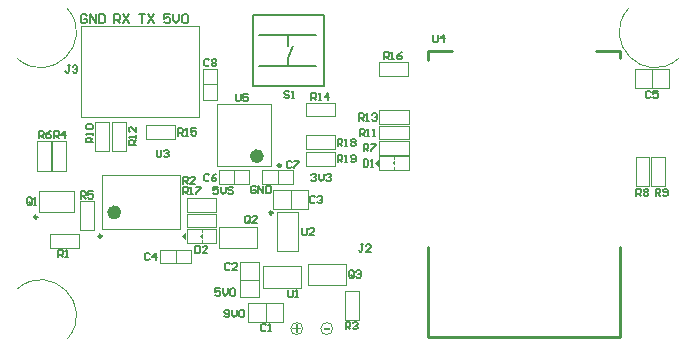
<source format=gbr>
%TF.GenerationSoftware,Altium Limited,Altium Designer,20.1.8 (145)*%
G04 Layer_Color=16777215*
%FSLAX45Y45*%
%MOMM*%
%TF.SameCoordinates,4FE69ECD-ABF1-445D-A2E8-605A74DE355E*%
%TF.FilePolarity,Positive*%
%TF.FileFunction,Legend,Top*%
%TF.Part,Single*%
G01*
G75*
%TA.AperFunction,NonConductor*%
%ADD38C,0.15240*%
%ADD39C,0.12700*%
%ADD46C,0.60000*%
%ADD47C,0.25000*%
%ADD48C,0.10160*%
%ADD49C,0.20320*%
%ADD50C,0.20000*%
%ADD51C,0.25400*%
G36*
X1423900Y845820D02*
X1398500Y871220D01*
X1423900Y896620D01*
Y845820D01*
D02*
G37*
G36*
X1572490Y848106D02*
X1549376Y871220D01*
X1572490Y894334D01*
Y848106D01*
D02*
G37*
G36*
X3200964Y1466443D02*
X3177850Y1489558D01*
X3200964Y1512671D01*
Y1466443D01*
D02*
G37*
G36*
X3052374Y1464157D02*
X3026974Y1489557D01*
X3052374Y1514957D01*
Y1464157D01*
D02*
G37*
G36*
X2645997Y81148D02*
X2596564D01*
Y97125D01*
X2645997D01*
Y81148D01*
D02*
G37*
G36*
X2373864Y96302D02*
X2404807D01*
Y83299D01*
X2373864D01*
Y52027D01*
X2360697D01*
Y83299D01*
X2329753D01*
Y96302D01*
X2360697D01*
Y127245D01*
X2373864D01*
Y96302D01*
D02*
G37*
D38*
X1297957Y2748255D02*
X1247173D01*
Y2710168D01*
X1272565Y2722863D01*
X1285261D01*
X1297957Y2710168D01*
Y2684776D01*
X1285261Y2672080D01*
X1259869D01*
X1247173Y2684776D01*
X1323348Y2748255D02*
Y2697472D01*
X1348740Y2672080D01*
X1374132Y2697472D01*
Y2748255D01*
X1399524Y2735559D02*
X1412220Y2748255D01*
X1437612D01*
X1450307Y2735559D01*
Y2684776D01*
X1437612Y2672080D01*
X1412220D01*
X1399524Y2684776D01*
Y2735559D01*
X1033801Y2748255D02*
X1084584D01*
X1059192D01*
Y2672080D01*
X1109976Y2748255D02*
X1160759Y2672080D01*
Y2748255D02*
X1109976Y2672080D01*
X820441D02*
Y2748255D01*
X858528D01*
X871224Y2735559D01*
Y2710168D01*
X858528Y2697472D01*
X820441D01*
X845832D02*
X871224Y2672080D01*
X896616Y2748255D02*
X947399Y2672080D01*
Y2748255D02*
X896616Y2672080D01*
X589297Y2735559D02*
X576601Y2748255D01*
X551209D01*
X538513Y2735559D01*
Y2684776D01*
X551209Y2672080D01*
X576601D01*
X589297Y2684776D01*
Y2710168D01*
X563905D01*
X614688Y2672080D02*
Y2748255D01*
X665472Y2672080D01*
Y2748255D01*
X690864D02*
Y2672080D01*
X728952D01*
X741647Y2684776D01*
Y2735559D01*
X728952Y2748255D01*
X690864D01*
D39*
X2303559Y2090017D02*
X2293402Y2100174D01*
X2273088D01*
X2262932Y2090017D01*
Y2079861D01*
X2273088Y2069704D01*
X2293402D01*
X2303559Y2059547D01*
Y2049391D01*
X2293402Y2039234D01*
X2273088D01*
X2262932Y2049391D01*
X2323872Y2039234D02*
X2344185D01*
X2334029D01*
Y2100174D01*
X2323872Y2090017D01*
X2488714Y1390104D02*
X2499293Y1400684D01*
X2520453D01*
X2531033Y1390104D01*
Y1379525D01*
X2520453Y1368945D01*
X2509873D01*
X2520453D01*
X2531033Y1358365D01*
Y1347785D01*
X2520453Y1337205D01*
X2499293D01*
X2488714Y1347785D01*
X2552193Y1400684D02*
Y1358365D01*
X2573353Y1337205D01*
X2594513Y1358365D01*
Y1400684D01*
X2615672Y1390104D02*
X2626252Y1400684D01*
X2647412D01*
X2657992Y1390104D01*
Y1379525D01*
X2647412Y1368945D01*
X2636832D01*
X2647412D01*
X2657992Y1358365D01*
Y1347785D01*
X2647412Y1337205D01*
X2626252D01*
X2615672Y1347785D01*
X1701873Y1290865D02*
X1659553D01*
Y1259125D01*
X1680713Y1269705D01*
X1691293D01*
X1701873Y1259125D01*
Y1237966D01*
X1691293Y1227386D01*
X1670133D01*
X1659553Y1237966D01*
X1723032Y1290865D02*
Y1248545D01*
X1744192Y1227386D01*
X1765352Y1248545D01*
Y1290865D01*
X1828831Y1280285D02*
X1818252Y1290865D01*
X1797092D01*
X1786512Y1280285D01*
Y1269705D01*
X1797092Y1259125D01*
X1818252D01*
X1828831Y1248545D01*
Y1237966D01*
X1818252Y1227386D01*
X1797092D01*
X1786512Y1237966D01*
X2020207Y1285943D02*
X2009627Y1296523D01*
X1988467D01*
X1977888Y1285943D01*
Y1243623D01*
X1988467Y1233044D01*
X2009627D01*
X2020207Y1243623D01*
Y1264783D01*
X1999047D01*
X2041367Y1233044D02*
Y1296523D01*
X2083687Y1233044D01*
Y1296523D01*
X2104846D02*
Y1233044D01*
X2136586D01*
X2147166Y1243623D01*
Y1285943D01*
X2136586Y1296523D01*
X2104846D01*
X1753983Y194708D02*
X1764562Y184128D01*
X1785722D01*
X1796302Y194708D01*
Y237027D01*
X1785722Y247607D01*
X1764562D01*
X1753983Y237027D01*
Y226448D01*
X1764562Y215868D01*
X1796302D01*
X1817462Y247607D02*
Y205288D01*
X1838622Y184128D01*
X1859782Y205288D01*
Y247607D01*
X1880941Y237027D02*
X1891521Y247607D01*
X1912681D01*
X1923261Y237027D01*
Y194708D01*
X1912681Y184128D01*
X1891521D01*
X1880941Y194708D01*
Y237027D01*
X1721412Y430398D02*
X1679092D01*
Y398658D01*
X1700252Y409238D01*
X1710832D01*
X1721412Y398658D01*
Y377498D01*
X1710832Y366918D01*
X1689672D01*
X1679092Y377498D01*
X1742572Y430398D02*
Y388078D01*
X1763731Y366918D01*
X1784891Y388078D01*
Y430398D01*
X1806051Y419818D02*
X1816631Y430398D01*
X1837791D01*
X1848371Y419818D01*
Y377498D01*
X1837791Y366918D01*
X1816631D01*
X1806051Y377498D01*
Y419818D01*
X3105237Y2370405D02*
Y2431346D01*
X3135707D01*
X3145864Y2421189D01*
Y2400876D01*
X3135707Y2390719D01*
X3105237D01*
X3125550D02*
X3145864Y2370405D01*
X3166177D02*
X3186490D01*
X3176334D01*
Y2431346D01*
X3166177Y2421189D01*
X3257587Y2431346D02*
X3237274Y2421189D01*
X3216961Y2400876D01*
Y2380562D01*
X3227117Y2370405D01*
X3247431D01*
X3257587Y2380562D01*
Y2390719D01*
X3247431Y2400876D01*
X3216961D01*
X3522997Y2575550D02*
Y2524767D01*
X3533153Y2514610D01*
X3553467D01*
X3563623Y2524767D01*
Y2575550D01*
X3614407Y2514610D02*
Y2575550D01*
X3583937Y2545080D01*
X3624563D01*
X2713689Y1497982D02*
Y1558922D01*
X2744159D01*
X2754316Y1548766D01*
Y1528452D01*
X2744159Y1518295D01*
X2713689D01*
X2734003D02*
X2754316Y1497982D01*
X2774629D02*
X2794943D01*
X2784786D01*
Y1558922D01*
X2774629Y1548766D01*
X2825413Y1508139D02*
X2835570Y1497982D01*
X2855883D01*
X2866040Y1508139D01*
Y1548766D01*
X2855883Y1558922D01*
X2835570D01*
X2825413Y1548766D01*
Y1538609D01*
X2835570Y1528452D01*
X2866040D01*
X2712177Y1635558D02*
Y1696499D01*
X2742648D01*
X2752804Y1686342D01*
Y1666028D01*
X2742648Y1655872D01*
X2712177D01*
X2732491D02*
X2752804Y1635558D01*
X2773118D02*
X2793431D01*
X2783274D01*
Y1696499D01*
X2773118Y1686342D01*
X2823901D02*
X2834058Y1696499D01*
X2854371D01*
X2864528Y1686342D01*
Y1676185D01*
X2854371Y1666028D01*
X2864528Y1655872D01*
Y1645715D01*
X2854371Y1635558D01*
X2834058D01*
X2823901Y1645715D01*
Y1655872D01*
X2834058Y1666028D01*
X2823901Y1676185D01*
Y1686342D01*
X2834058Y1666028D02*
X2854371D01*
X1362558Y1723190D02*
Y1784130D01*
X1393028D01*
X1403185Y1773973D01*
Y1753660D01*
X1393028Y1743503D01*
X1362558D01*
X1382872D02*
X1403185Y1723190D01*
X1423498D02*
X1443812D01*
X1433655D01*
Y1784130D01*
X1423498Y1773973D01*
X1514909Y1784130D02*
X1474282D01*
Y1753660D01*
X1494595Y1763816D01*
X1504752D01*
X1514909Y1753660D01*
Y1733346D01*
X1504752Y1723190D01*
X1484438D01*
X1474282Y1733346D01*
X2491031Y2020908D02*
Y2081848D01*
X2521501D01*
X2531658Y2071691D01*
Y2051378D01*
X2521501Y2041221D01*
X2491031D01*
X2511345D02*
X2531658Y2020908D01*
X2551972D02*
X2572285D01*
X2562128D01*
Y2081848D01*
X2551972Y2071691D01*
X2633225Y2020908D02*
Y2081848D01*
X2602755Y2051378D01*
X2643382D01*
X1403732Y1314372D02*
Y1375312D01*
X1434202D01*
X1444358Y1365155D01*
Y1344842D01*
X1434202Y1334685D01*
X1403732D01*
X1424045D02*
X1444358Y1314372D01*
X1505298D02*
X1464672D01*
X1505298Y1354999D01*
Y1365155D01*
X1495142Y1375312D01*
X1474828D01*
X1464672Y1365155D01*
X1971043Y990607D02*
Y1031233D01*
X1960887Y1041390D01*
X1940573D01*
X1930417Y1031233D01*
Y990607D01*
X1940573Y980450D01*
X1960887D01*
X1950730Y1000763D02*
X1971043Y980450D01*
X1960887D02*
X1971043Y990607D01*
X2031983Y980450D02*
X1991357D01*
X2031983Y1021077D01*
Y1031233D01*
X2021827Y1041390D01*
X2001513D01*
X1991357Y1031233D01*
X2933696Y1590931D02*
Y1651871D01*
X2964166D01*
X2974322Y1641715D01*
Y1621401D01*
X2964166Y1611244D01*
X2933696D01*
X2954009D02*
X2974322Y1590931D01*
X2994636Y1651871D02*
X3035263D01*
Y1641715D01*
X2994636Y1601088D01*
Y1590931D01*
X2932342Y1521591D02*
Y1460651D01*
X2962812D01*
X2972968Y1470807D01*
Y1511434D01*
X2962812Y1521591D01*
X2932342D01*
X2993282Y1460651D02*
X3013595D01*
X3003438D01*
Y1521591D01*
X2993282Y1511434D01*
X2894353Y1850463D02*
Y1911404D01*
X2924823D01*
X2934979Y1901247D01*
Y1880934D01*
X2924823Y1870777D01*
X2894353D01*
X2914666D02*
X2934979Y1850463D01*
X2955293D02*
X2975606D01*
X2965449D01*
Y1911404D01*
X2955293Y1901247D01*
X3006076D02*
X3016233Y1911404D01*
X3036546D01*
X3046703Y1901247D01*
Y1891090D01*
X3036546Y1880934D01*
X3026390D01*
X3036546D01*
X3046703Y1870777D01*
Y1860620D01*
X3036546Y1850463D01*
X3016233D01*
X3006076Y1860620D01*
X2930622Y801808D02*
X2910308D01*
X2920465D01*
Y751025D01*
X2910308Y740868D01*
X2900152D01*
X2889995Y751025D01*
X2991562Y740868D02*
X2950935D01*
X2991562Y781495D01*
Y791651D01*
X2981405Y801808D01*
X2961092D01*
X2950935Y791651D01*
X182897Y1701810D02*
Y1762750D01*
X213367D01*
X223523Y1752593D01*
Y1732280D01*
X213367Y1722123D01*
X182897D01*
X203210D02*
X223523Y1701810D01*
X284463Y1762750D02*
X264150Y1752593D01*
X243837Y1732280D01*
Y1711967D01*
X253993Y1701810D01*
X274307D01*
X284463Y1711967D01*
Y1722123D01*
X274307Y1732280D01*
X243837D01*
X121920Y1148087D02*
Y1188713D01*
X111763Y1198870D01*
X91450D01*
X81293Y1188713D01*
Y1148087D01*
X91450Y1137930D01*
X111763D01*
X101607Y1158243D02*
X121920Y1137930D01*
X111763D02*
X121920Y1148087D01*
X142233Y1137930D02*
X162547D01*
X152390D01*
Y1198870D01*
X142233Y1188713D01*
X538738Y1188730D02*
Y1249670D01*
X569208D01*
X579364Y1239514D01*
Y1219200D01*
X569208Y1209044D01*
X538738D01*
X559051D02*
X579364Y1188730D01*
X640305Y1249670D02*
X599678D01*
Y1219200D01*
X619991Y1229357D01*
X630148D01*
X640305Y1219200D01*
Y1198887D01*
X630148Y1188730D01*
X609834D01*
X599678Y1198887D01*
X347993Y693430D02*
Y754370D01*
X378463D01*
X388620Y744213D01*
Y723900D01*
X378463Y713743D01*
X347993D01*
X368307D02*
X388620Y693430D01*
X408933D02*
X429247D01*
X419090D01*
Y754370D01*
X408933Y744213D01*
X312437Y1699270D02*
Y1760210D01*
X342907D01*
X353063Y1750053D01*
Y1729740D01*
X342907Y1719583D01*
X312437D01*
X332750D02*
X353063Y1699270D01*
X403847D02*
Y1760210D01*
X373377Y1729740D01*
X414003D01*
X1404791Y1226186D02*
Y1287126D01*
X1435261D01*
X1445417Y1276969D01*
Y1256656D01*
X1435261Y1246499D01*
X1404791D01*
X1425104D02*
X1445417Y1226186D01*
X1465731D02*
X1486044D01*
X1475888D01*
Y1287126D01*
X1465731Y1276969D01*
X1516514Y1287126D02*
X1557141D01*
Y1276969D01*
X1516514Y1236342D01*
Y1226186D01*
X1508776Y789930D02*
Y728990D01*
X1539246D01*
X1549403Y739147D01*
Y779773D01*
X1539246Y789930D01*
X1508776D01*
X1610343Y728990D02*
X1569716D01*
X1610343Y769617D01*
Y779773D01*
X1600187Y789930D01*
X1579873D01*
X1569716Y779773D01*
X1005788Y1642889D02*
X944847D01*
Y1673359D01*
X955004Y1683516D01*
X975318D01*
X985474Y1673359D01*
Y1642889D01*
Y1663203D02*
X1005788Y1683516D01*
Y1703829D02*
Y1724143D01*
Y1713986D01*
X944847D01*
X955004Y1703829D01*
X1005788Y1795240D02*
Y1754613D01*
X965161Y1795240D01*
X955004D01*
X944847Y1785083D01*
Y1764770D01*
X955004Y1754613D01*
X644036Y1665029D02*
X583096D01*
Y1695499D01*
X593253Y1705655D01*
X613566D01*
X623723Y1695499D01*
Y1665029D01*
Y1685342D02*
X644036Y1705655D01*
Y1725969D02*
Y1746282D01*
Y1736126D01*
X583096D01*
X593253Y1725969D01*
Y1776752D02*
X583096Y1786909D01*
Y1807222D01*
X593253Y1817379D01*
X633880D01*
X644036Y1807222D01*
Y1786909D01*
X633880Y1776752D01*
X593253D01*
X1851751Y2073246D02*
Y2022463D01*
X1861907Y2012306D01*
X1882221D01*
X1892377Y2022463D01*
Y2073246D01*
X1953318D02*
X1912691D01*
Y2042776D01*
X1933004Y2052933D01*
X1943161D01*
X1953318Y2042776D01*
Y2022463D01*
X1943161Y2012306D01*
X1922848D01*
X1912691Y2022463D01*
X2411382Y938788D02*
Y888004D01*
X2421539Y877847D01*
X2441852D01*
X2452009Y888004D01*
Y938788D01*
X2512949Y877847D02*
X2472322D01*
X2512949Y918474D01*
Y928631D01*
X2502793Y938788D01*
X2482479D01*
X2472322Y928631D01*
X2294204Y415510D02*
Y364727D01*
X2304361Y354570D01*
X2324674D01*
X2334831Y364727D01*
Y415510D01*
X2355144Y354570D02*
X2375458D01*
X2365301D01*
Y415510D01*
X2355144Y405354D01*
X1181117Y1602730D02*
Y1551947D01*
X1191273Y1541790D01*
X1211587D01*
X1221743Y1551947D01*
Y1602730D01*
X1242057Y1592573D02*
X1252213Y1602730D01*
X1272527D01*
X1282683Y1592573D01*
Y1582417D01*
X1272527Y1572260D01*
X1262370D01*
X1272527D01*
X1282683Y1562103D01*
Y1551947D01*
X1272527Y1541790D01*
X1252213D01*
X1242057Y1551947D01*
X2900847Y1719660D02*
Y1780600D01*
X2931317D01*
X2941474Y1770444D01*
Y1750130D01*
X2931317Y1739973D01*
X2900847D01*
X2921161D02*
X2941474Y1719660D01*
X2961787D02*
X2982101D01*
X2971944D01*
Y1780600D01*
X2961787Y1770444D01*
X3012571Y1719660D02*
X3032884D01*
X3022728D01*
Y1780600D01*
X3012571Y1770444D01*
X5242425Y1211975D02*
Y1272915D01*
X5272895D01*
X5283052Y1262758D01*
Y1242445D01*
X5272895Y1232288D01*
X5242425D01*
X5262739D02*
X5283052Y1211975D01*
X5303365Y1262758D02*
X5313522Y1272915D01*
X5333835D01*
X5343992Y1262758D01*
Y1252602D01*
X5333835Y1242445D01*
X5343992Y1232288D01*
Y1222132D01*
X5333835Y1211975D01*
X5313522D01*
X5303365Y1222132D01*
Y1232288D01*
X5313522Y1242445D01*
X5303365Y1252602D01*
Y1262758D01*
X5313522Y1242445D02*
X5333835D01*
X5404930Y1213348D02*
Y1274289D01*
X5435400D01*
X5445557Y1264132D01*
Y1243818D01*
X5435400Y1233662D01*
X5404930D01*
X5425243D02*
X5445557Y1213348D01*
X5465870Y1223505D02*
X5476027Y1213348D01*
X5496340D01*
X5506497Y1223505D01*
Y1264132D01*
X5496340Y1274289D01*
X5476027D01*
X5465870Y1264132D01*
Y1253975D01*
X5476027Y1243818D01*
X5506497D01*
X2781317Y83830D02*
Y144770D01*
X2811787D01*
X2821943Y134613D01*
Y114300D01*
X2811787Y104143D01*
X2781317D01*
X2801630D02*
X2821943Y83830D01*
X2842257Y134613D02*
X2852413Y144770D01*
X2872727D01*
X2882883Y134613D01*
Y124457D01*
X2872727Y114300D01*
X2862570D01*
X2872727D01*
X2882883Y104143D01*
Y93987D01*
X2872727Y83830D01*
X2852413D01*
X2842257Y93987D01*
X2847949Y530182D02*
Y570808D01*
X2837792Y580965D01*
X2817479D01*
X2807322Y570808D01*
Y530182D01*
X2817479Y520025D01*
X2837792D01*
X2827635Y540338D02*
X2847949Y520025D01*
X2837792D02*
X2847949Y530182D01*
X2868262Y570808D02*
X2878419Y580965D01*
X2898732D01*
X2908889Y570808D01*
Y560652D01*
X2898732Y550495D01*
X2888576D01*
X2898732D01*
X2908889Y540338D01*
Y530182D01*
X2898732Y520025D01*
X2878419D01*
X2868262Y530182D01*
X1626057Y1388404D02*
X1615901Y1398561D01*
X1595587D01*
X1585430Y1388404D01*
Y1347777D01*
X1595587Y1337621D01*
X1615901D01*
X1626057Y1347777D01*
X1686997Y1398561D02*
X1666684Y1388404D01*
X1646371Y1368091D01*
Y1347777D01*
X1656527Y1337621D01*
X1676841D01*
X1686997Y1347777D01*
Y1357934D01*
X1676841Y1368091D01*
X1646371D01*
X1625882Y2361094D02*
X1615725Y2371251D01*
X1595412D01*
X1585255Y2361094D01*
Y2320467D01*
X1595412Y2310311D01*
X1615725D01*
X1625882Y2320467D01*
X1646195Y2361094D02*
X1656352Y2371251D01*
X1676665D01*
X1686822Y2361094D01*
Y2350937D01*
X1676665Y2340781D01*
X1686822Y2330624D01*
Y2320467D01*
X1676665Y2310311D01*
X1656352D01*
X1646195Y2320467D01*
Y2330624D01*
X1656352Y2340781D01*
X1646195Y2350937D01*
Y2361094D01*
X1656352Y2340781D02*
X1676665D01*
X2323380Y1495349D02*
X2313224Y1505505D01*
X2292910D01*
X2282754Y1495349D01*
Y1454722D01*
X2292910Y1444565D01*
X2313224D01*
X2323380Y1454722D01*
X2343694Y1505505D02*
X2384321D01*
Y1495349D01*
X2343694Y1454722D01*
Y1444565D01*
X5363048Y2093346D02*
X5352892Y2103502D01*
X5332578D01*
X5322421Y2093346D01*
Y2052719D01*
X5332578Y2042562D01*
X5352892D01*
X5363048Y2052719D01*
X5423988Y2103502D02*
X5383362D01*
Y2073032D01*
X5403675Y2083189D01*
X5413832D01*
X5423988Y2073032D01*
Y2052719D01*
X5413832Y2042562D01*
X5393518D01*
X5383362Y2052719D01*
X2521825Y1200440D02*
X2511668Y1210597D01*
X2491355D01*
X2481198Y1200440D01*
Y1159813D01*
X2491355Y1149657D01*
X2511668D01*
X2521825Y1159813D01*
X2542138Y1200440D02*
X2552295Y1210597D01*
X2572609D01*
X2582765Y1200440D01*
Y1190283D01*
X2572609Y1180127D01*
X2562452D01*
X2572609D01*
X2582765Y1169970D01*
Y1159813D01*
X2572609Y1149657D01*
X2552295D01*
X2542138Y1159813D01*
X1800863Y632453D02*
X1790707Y642610D01*
X1770393D01*
X1760237Y632453D01*
Y591827D01*
X1770393Y581670D01*
X1790707D01*
X1800863Y591827D01*
X1861803Y581670D02*
X1821177D01*
X1861803Y622297D01*
Y632453D01*
X1851647Y642610D01*
X1831333D01*
X1821177Y632453D01*
X2105942Y115227D02*
X2095785Y125384D01*
X2075472D01*
X2065315Y115227D01*
Y74600D01*
X2075472Y64443D01*
X2095785D01*
X2105942Y74600D01*
X2126255Y64443D02*
X2146569D01*
X2136412D01*
Y125384D01*
X2126255Y115227D01*
X1121954Y718813D02*
X1111798Y728970D01*
X1091484D01*
X1081328Y718813D01*
Y678187D01*
X1091484Y668030D01*
X1111798D01*
X1121954Y678187D01*
X1172738Y668030D02*
Y728970D01*
X1142268Y698500D01*
X1182895D01*
X449583Y2316470D02*
X429270D01*
X439427D01*
Y2265687D01*
X429270Y2255530D01*
X419113D01*
X408957Y2265687D01*
X469897Y2306313D02*
X480053Y2316470D01*
X500367D01*
X510523Y2306313D01*
Y2296157D01*
X500367Y2286000D01*
X490210D01*
X500367D01*
X510523Y2275843D01*
Y2265687D01*
X500367Y2255530D01*
X480053D01*
X469897Y2265687D01*
D46*
X851560Y1073380D02*
G03*
X851560Y1073380I-30000J0D01*
G01*
X2059400Y1549040D02*
G03*
X2059400Y1549040I-30000J0D01*
G01*
D47*
X713980Y870800D02*
G03*
X713980Y870800I-12500J0D01*
G01*
X2231900Y1469040D02*
G03*
X2231900Y1469040I-12500J0D01*
G01*
X2162242Y1069669D02*
G03*
X2162242Y1069669I-12500J0D01*
G01*
X169982Y1032943D02*
G03*
X169982Y1032943I-12500J0D01*
G01*
D48*
X423607Y0D02*
G03*
X0Y423607I-223607J200000D01*
G01*
X5176392Y2799999D02*
G03*
X5600000Y2376393I223608J-199999D01*
G01*
X0Y2376392D02*
G03*
X423607Y2799999I200000J223607D01*
G01*
X2672080Y88900D02*
G03*
X2672080Y88900I-50800J0D01*
G01*
X2418080D02*
G03*
X2418080Y88900I-50800J0D01*
G01*
X1381680Y934740D02*
Y1386860D01*
X721280Y934740D02*
Y1386860D01*
X1381680D01*
X721280Y934740D02*
X1381680D01*
X1688260Y1990660D02*
X2153080D01*
X1688260Y1467420D02*
X2153080D01*
X1688260D02*
Y1990660D01*
X2153080Y1467420D02*
Y1990660D01*
X2202180Y1071880D02*
X2379980D01*
X2202180Y746760D02*
X2379980D01*
X2202180D02*
Y1071880D01*
X2379980Y746760D02*
Y1071880D01*
X542340Y1883580D02*
Y2653580D01*
X1542340D01*
Y1883580D02*
Y2653580D01*
X542340Y1883580D02*
X1542340D01*
X184982Y1255443D02*
X484982D01*
X184982Y1075443D02*
X484982D01*
Y1255443D01*
X184982Y1075443D02*
Y1255443D01*
X2466360Y453980D02*
Y633980D01*
Y453980D02*
X2786360D01*
X2466360Y633980D02*
X2786360Y633981D01*
X2786360Y453980D01*
X2402150Y614861D02*
X2402150Y434861D01*
X2082150Y614861D02*
X2402150Y614861D01*
X2082150Y434861D02*
X2402150D01*
X2082150D02*
Y614861D01*
X1711980Y951060D02*
X1711980Y771060D01*
X2031980Y771060D01*
X1711980Y951060D02*
X2031980D01*
Y771060D02*
Y951060D01*
X3062668Y2225287D02*
Y2342127D01*
Y2225287D02*
X3311588D01*
Y2342127D01*
X3062668D02*
X3311588D01*
X1685520Y812800D02*
Y929640D01*
X1561060Y906220D02*
Y929640D01*
Y812800D02*
Y836220D01*
X1423900Y845820D02*
Y896620D01*
X1436600Y812800D02*
X1685520D01*
X1436600Y929640D02*
X1685520D01*
X1436600Y812800D02*
Y929640D01*
X1398500Y871220D02*
X1423900Y845820D01*
X1398500Y871220D02*
X1423900Y896620D01*
X1436600Y1061720D02*
X1685520D01*
Y944880D02*
Y1061720D01*
X1436600Y944880D02*
X1685520D01*
X1436600D02*
Y1061720D01*
X3065074Y1677817D02*
X3313994Y1677818D01*
Y1560977D02*
Y1677818D01*
X3065074Y1560977D02*
X3313994Y1560977D01*
X3065074Y1560977D02*
Y1677817D01*
X3313994Y1431137D02*
Y1547977D01*
X3189534Y1524557D02*
Y1547977D01*
Y1431137D02*
Y1454557D01*
X3052374Y1464157D02*
Y1514957D01*
X3065074Y1431137D02*
X3313994D01*
X3065074Y1547977D02*
X3313994D01*
X3065074Y1431137D02*
Y1547977D01*
X3026974Y1489557D02*
X3052374Y1464157D01*
X3026974Y1489557D02*
X3052374Y1514957D01*
X1340671Y641269D02*
Y758109D01*
X1211131Y641269D02*
X1470211D01*
X1211131D02*
Y758109D01*
X1470211D01*
Y641269D02*
Y758109D01*
X168263Y1427123D02*
X285103D01*
Y1676043D01*
X168263D02*
X285103D01*
X168263Y1427123D02*
Y1676043D01*
X297907D02*
X414747D01*
X297907Y1427123D02*
Y1676043D01*
Y1427123D02*
X414747D01*
Y1676043D01*
X2441980Y1607963D02*
Y1724803D01*
Y1607963D02*
X2690900D01*
Y1724803D01*
X2441980D02*
X2690900D01*
X2441980Y1469605D02*
Y1586445D01*
Y1469605D02*
X2690900D01*
Y1586445D01*
X2441980D02*
X2690900D01*
X1090700Y1694180D02*
Y1811020D01*
Y1694180D02*
X1339620D01*
Y1811020D01*
X1090700D02*
X1339620D01*
X2441980Y1884680D02*
Y2001520D01*
Y1884680D02*
X2690900D01*
Y2001520D01*
X2441980D02*
X2690900D01*
X2462166Y1100896D02*
Y1258376D01*
X2167526Y1100896D02*
X2462166D01*
X2167526D02*
Y1258376D01*
X2462166D01*
X2314846Y1100896D02*
Y1258376D01*
X5227772Y2125769D02*
Y2283249D01*
X5522412D01*
Y2125769D02*
Y2283249D01*
X5227772Y2125769D02*
X5522412D01*
X5375092D02*
Y2283249D01*
X2252705Y147320D02*
Y304800D01*
X1958065Y147320D02*
X2252705D01*
X1958065D02*
Y304800D01*
X2252705D01*
X2105385Y147320D02*
Y304800D01*
X1685520Y1076960D02*
Y1193800D01*
X1436600D02*
X1685520D01*
X1436600Y1076960D02*
Y1193800D01*
Y1076960D02*
X1685520D01*
X2205711Y1311360D02*
Y1428200D01*
X2076171Y1428200D02*
X2335251D01*
Y1311359D02*
Y1428200D01*
X2076171Y1311359D02*
X2335251D01*
X2076171D02*
Y1428200D01*
X1835140Y1311360D02*
Y1428200D01*
X1705600Y1311360D02*
X1964680D01*
X1705600D02*
Y1428200D01*
X1964680D01*
Y1311360D02*
Y1428200D01*
X1889751Y651680D02*
X2047231D01*
X2047231Y357040D01*
X1889750D02*
X2047231D01*
X1889750D02*
X1889751Y651680D01*
X1889750Y504360D02*
X2047231D01*
X660718Y1593045D02*
Y1841965D01*
X777558D01*
Y1593045D02*
Y1841965D01*
X660718Y1593045D02*
X777558D01*
X1572070Y2286190D02*
X1688910D01*
X1572070Y2027110D02*
Y2286190D01*
Y2027110D02*
X1688910D01*
Y2286190D01*
X1572070Y2156650D02*
X1688910D01*
X3065074Y1936818D02*
X3313994D01*
Y1819978D02*
Y1936818D01*
X3065074Y1819978D02*
X3313994D01*
X3065074D02*
Y1936818D01*
Y1690138D02*
Y1806978D01*
Y1690138D02*
X3313994D01*
Y1806978D01*
X3065074D02*
X3313994D01*
X2890240Y161608D02*
Y410528D01*
X2773400Y161608D02*
X2890240D01*
X2773400D02*
Y410528D01*
X2890240D01*
X5236672Y1294150D02*
X5353512D01*
Y1543070D01*
X5236672D02*
X5353512D01*
X5236672Y1294150D02*
Y1543070D01*
X801120Y1593045D02*
Y1841965D01*
X917960D01*
Y1593045D02*
Y1841965D01*
X801120Y1593045D02*
X917960D01*
X275521Y774700D02*
X524441D01*
X275521D02*
Y891540D01*
X524441D01*
Y774700D02*
Y891540D01*
X5366672Y1294150D02*
X5483512D01*
Y1543070D01*
X5366672D02*
X5483512D01*
X5366672Y1294150D02*
Y1543070D01*
X533641Y920520D02*
X650481D01*
Y1169440D01*
X533641D02*
X650481D01*
X533641Y920520D02*
Y1169440D01*
D49*
X2292639Y2478077D02*
Y2577784D01*
Y2312784D02*
Y2376744D01*
X2043979Y2577784D02*
X2534199D01*
X2043979Y2312784D02*
X2534199D01*
X1995439Y2742784D02*
X2595439D01*
X2292639Y2376744D02*
X2335091Y2478077D01*
D50*
X1995439Y2142784D02*
Y2742784D01*
X2595439Y2142784D02*
Y2742784D01*
X1995439Y2142784D02*
X2595439D01*
D51*
X5107057Y779569D02*
X5107057Y17569D01*
X5107057Y2443269D02*
X5107057Y2379769D01*
X4903857Y2443269D02*
X5107057D01*
X3481457D02*
X3684657D01*
X3481457Y2367069D02*
Y2443269D01*
Y17569D02*
Y779570D01*
Y17569D02*
X5107057Y17569D01*
%TF.MD5,b40c3df140c5979370e980288bcfe049*%
M02*

</source>
